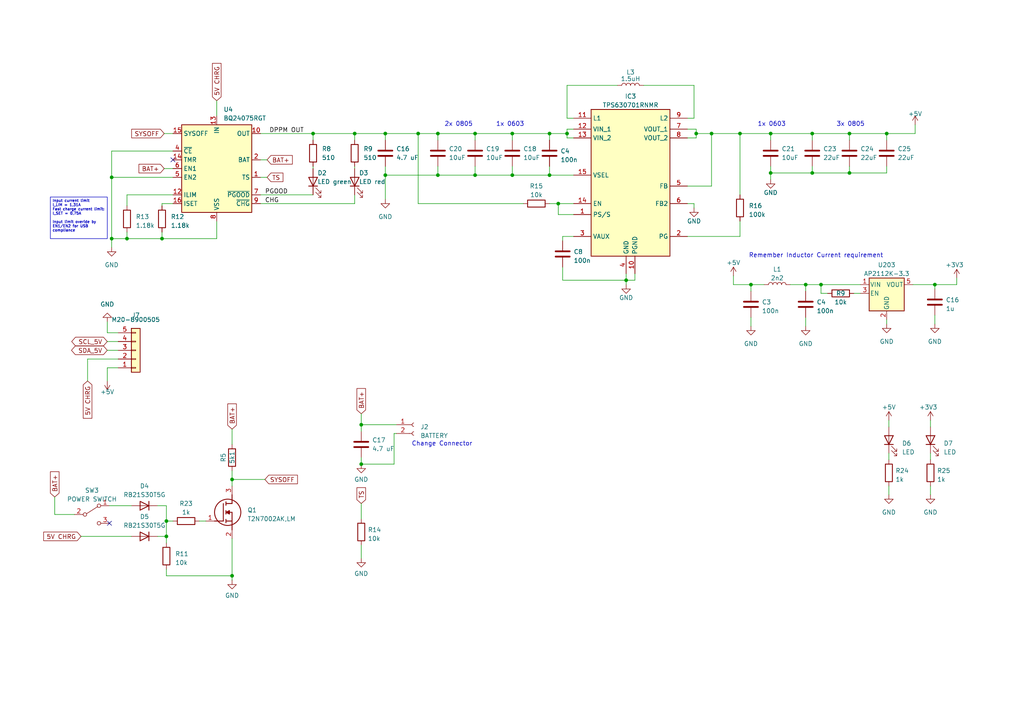
<source format=kicad_sch>
(kicad_sch (version 20230121) (generator eeschema)
  (paper "A4")
  (title_block (title "Module battery/bluetooth") (rev "1.0") (company "FG Labs"))
  (lib_symbols
    (symbol "Battery_Management:BQ24075RGT"
      (property "Reference" "U" (at -8.89 13.97 0))
      (property "Value" "BQ24075RGT" (at 16.51 13.97 0))
      (symbol "BQ24075RGT_0_1"
        (rectangle (start -10.16 12.7) (end 10.16 -12.7) (stroke (width 0.254)) (fill (type background)))
      )
      (symbol "BQ24075RGT_1_1"
        (pin passive line (at 12.7 -2.54 180) (length 2.54) (name "TS") (number "1"))
        (pin power_out line (at 12.7 10.16 180) (length 2.54) (name "OUT") (number "10"))
        (pin passive line (at 12.7 10.16 180) (length 2.54) hide (name "OUT") (number "11"))
        (pin passive line (at -12.7 -7.62 0) (length 2.54) (name "ILIM") (number "12"))
        (pin power_in line (at 0 15.24 270) (length 2.54) (name "IN") (number "13"))
        (pin input line (at -12.7 2.54 0) (length 2.54) (name "TMR") (number "14"))
        (pin input line (at -12.7 10.16 0) (length 2.54) (name "SYSOFF") (number "15"))
        (pin passive line (at -12.7 -10.16 0) (length 2.54) (name "ISET") (number "16"))
        (pin passive line (at 0 -15.24 90) (length 2.54) hide (name "VSS") (number "17"))
        (pin power_out line (at 12.7 2.54 180) (length 2.54) (name "BAT") (number "2"))
        (pin passive line (at 12.7 2.54 180) (length 2.54) hide (name "BAT") (number "3"))
        (pin input line (at -12.7 5.08 0) (length 2.54) (name "~{CE}") (number "4"))
        (pin input line (at -12.7 -2.54 0) (length 2.54) (name "EN2") (number "5"))
        (pin input line (at -12.7 0 0) (length 2.54) (name "EN1") (number "6"))
        (pin open_collector line (at 12.7 -7.62 180) (length 2.54) (name "~{PGOOD}") (number "7"))
        (pin power_in line (at 0 -15.24 90) (length 2.54) (name "VSS") (number "8"))
        (pin open_collector line (at 12.7 -10.16 180) (length 2.54) (name "~{CHG}") (number "9"))
      )
    )
    (symbol "Connector:Conn_01x02_Socket" (pin_names (offset 1.016) hide)
      (property "Reference" "J" (at 0 2.54 0))
      (property "Value" "Conn_01x02_Socket" (at 0 -5.08 0))
      (symbol "Conn_01x02_Socket_1_1"
        (arc (start 0 -2.032) (mid -0.5058 -2.54) (end 0 -3.048) (stroke (width 0.1524)))
        (polyline (pts (xy -1.27 -2.54) (xy -0.508 -2.54)) (stroke (width 0.1524)))
        (polyline (pts (xy -1.27 0) (xy -0.508 0)) (stroke (width 0.1524)))
        (arc (start 0 0.508) (mid -0.5058 0) (end 0 -0.508) (stroke (width 0.1524)))
        (pin passive line (at -5.08 0 0) (length 3.81) (name "Pin_1") (number "1"))
        (pin passive line (at -5.08 -2.54 0) (length 3.81) (name "Pin_2") (number "2"))
      )
    )
    (symbol "Connector_Generic:Conn_01x05" (pin_names (offset 1.016) hide)
      (property "Reference" "J" (at 0 7.62 0))
      (property "Value" "Conn_01x05" (at 0 -7.62 0))
      (symbol "Conn_01x05_1_1"
        (rectangle (start -1.27 -4.953) (end 0 -5.207) (stroke (width 0.1524)))
        (rectangle (start -1.27 -2.413) (end 0 -2.667) (stroke (width 0.1524)))
        (rectangle (start -1.27 0.127) (end 0 -0.127) (stroke (width 0.1524)))
        (rectangle (start -1.27 2.667) (end 0 2.413) (stroke (width 0.1524)))
        (rectangle (start -1.27 5.207) (end 0 4.953) (stroke (width 0.1524)))
        (rectangle (start -1.27 6.35) (end 1.27 -6.35) (stroke (width 0.254)) (fill (type background)))
        (pin passive line (at -5.08 5.08 0) (length 3.81) (name "Pin_1") (number "1"))
        (pin passive line (at -5.08 2.54 0) (length 3.81) (name "Pin_2") (number "2"))
        (pin passive line (at -5.08 0 0) (length 3.81) (name "Pin_3") (number "3"))
        (pin passive line (at -5.08 -2.54 0) (length 3.81) (name "Pin_4") (number "4"))
        (pin passive line (at -5.08 -5.08 0) (length 3.81) (name "Pin_5") (number "5"))
      )
    )
    (symbol "Device:C" (pin_numbers hide) (pin_names (offset 0.254))
      (property "Reference" "C" (at 0.635 2.54 0))
      (property "Value" "C" (at 0.635 -2.54 0))
      (symbol "C_0_1"
        (polyline (pts (xy -2.032 -0.762) (xy 2.032 -0.762)) (stroke (width 0.508)))
        (polyline (pts (xy -2.032 0.762) (xy 2.032 0.762)) (stroke (width 0.508)))
      )
      (symbol "C_1_1"
        (pin passive line (at 0 3.81 270) (length 2.794) (name "~") (number "1"))
        (pin passive line (at 0 -3.81 90) (length 2.794) (name "~") (number "2"))
      )
    )
    (symbol "Device:D" (pin_numbers hide) (pin_names (offset 1.016) hide)
      (property "Reference" "D" (at 0 2.54 0))
      (property "Value" "D" (at 0 -2.54 0))
      (symbol "D_0_1"
        (polyline (pts (xy -1.27 1.27) (xy -1.27 -1.27)) (stroke (width 0.254)))
        (polyline (pts (xy 1.27 0) (xy -1.27 0)))
        (polyline (pts (xy 1.27 1.27) (xy 1.27 -1.27) (xy -1.27 0) (xy 1.27 1.27)) (stroke (width 0.254)))
      )
      (symbol "D_1_1"
        (pin passive line (at -3.81 0 0) (length 2.54) (name "K") (number "1"))
        (pin passive line (at 3.81 0 180) (length 2.54) (name "A") (number "2"))
      )
    )
    (symbol "Device:L" (pin_numbers hide) (pin_names (offset 1.016) hide)
      (property "Reference" "L" (at -1.27 0 90))
      (property "Value" "L" (at 1.905 0 90))
      (symbol "L_0_1"
        (arc (start 0 -2.54) (mid 0.6323 -1.905) (end 0 -1.27))
        (arc (start 0 -1.27) (mid 0.6323 -0.635) (end 0 0))
        (arc (start 0 0) (mid 0.6323 0.635) (end 0 1.27))
        (arc (start 0 1.27) (mid 0.6323 1.905) (end 0 2.54))
      )
      (symbol "L_1_1"
        (pin passive line (at 0 3.81 270) (length 1.27) (name "1") (number "1"))
        (pin passive line (at 0 -3.81 90) (length 1.27) (name "2") (number "2"))
      )
    )
    (symbol "Device:LED" (pin_numbers hide) (pin_names (offset 1.016) hide)
      (property "Reference" "D" (at 0 2.54 0))
      (property "Value" "LED" (at 0 -2.54 0))
      (symbol "LED_0_1"
        (polyline (pts (xy -1.27 -1.27) (xy -1.27 1.27)) (stroke (width 0.254)))
        (polyline (pts (xy -1.27 0) (xy 1.27 0)))
        (polyline (pts (xy 1.27 -1.27) (xy 1.27 1.27) (xy -1.27 0) (xy 1.27 -1.27)) (stroke (width 0.254)))
        (polyline (pts (xy -3.048 -0.762) (xy -4.572 -2.286) (xy -3.81 -2.286) (xy -4.572 -2.286) (xy -4.572 -1.524)))
        (polyline (pts (xy -1.778 -0.762) (xy -3.302 -2.286) (xy -2.54 -2.286) (xy -3.302 -2.286) (xy -3.302 -1.524)))
      )
      (symbol "LED_1_1"
        (pin passive line (at -3.81 0 0) (length 2.54) (name "K") (number "1"))
        (pin passive line (at 3.81 0 180) (length 2.54) (name "A") (number "2"))
      )
    )
    (symbol "Device:R" (pin_numbers hide) (pin_names (offset 0))
      (property "Reference" "R" (at 2.032 0 90))
      (property "Value" "R" (at 0 0 90))
      (symbol "R_0_1"
        (rectangle (start -1.016 -2.54) (end 1.016 2.54) (stroke (width 0.254)))
      )
      (symbol "R_1_1"
        (pin passive line (at 0 3.81 270) (length 1.27) (name "~") (number "1"))
        (pin passive line (at 0 -3.81 90) (length 1.27) (name "~") (number "2"))
      )
    )
    (symbol "Regulator_Linear:AP2112K-3.3" (pin_names (offset 0.254))
      (property "Reference" "U" (at -5.08 5.715 0))
      (property "Value" "AP2112K-3.3" (at 0 5.715 0))
      (symbol "AP2112K-3.3_0_1"
        (rectangle (start -5.08 4.445) (end 5.08 -5.08) (stroke (width 0.254)) (fill (type background)))
      )
      (symbol "AP2112K-3.3_1_1"
        (pin power_in line (at -7.62 2.54 0) (length 2.54) (name "VIN") (number "1"))
        (pin power_in line (at 0 -7.62 90) (length 2.54) (name "GND") (number "2"))
        (pin input line (at -7.62 0 0) (length 2.54) (name "EN") (number "3"))
        (pin no_connect line (at 5.08 0 180) (length 2.54) hide (name "NC") (number "4"))
        (pin power_out line (at 7.62 2.54 180) (length 2.54) (name "VOUT") (number "5"))
      )
    )
    (symbol "SamacSys_Parts:T2N7002AK,LM" (pin_names hide)
      (property "Reference" "Q" (at 11.43 3.81 0))
      (property "Value" "T2N7002AK,LM" (at 11.43 1.27 0))
      (symbol "T2N7002AK,LM_1_1"
        (polyline (pts (xy 2.54 0) (xy 5.08 0)) (stroke (width 0.254)))
        (polyline (pts (xy 5.08 5.08) (xy 5.08 0)) (stroke (width 0.254)))
        (polyline (pts (xy 5.842 -0.508) (xy 5.842 0.508)) (stroke (width 0.254)))
        (polyline (pts (xy 5.842 0) (xy 7.62 0)) (stroke (width 0.254)))
        (polyline (pts (xy 5.842 2.032) (xy 5.842 3.048)) (stroke (width 0.254)))
        (polyline (pts (xy 5.842 5.588) (xy 5.842 4.572)) (stroke (width 0.254)))
        (polyline (pts (xy 7.62 2.54) (xy 5.842 2.54)) (stroke (width 0.254)))
        (polyline (pts (xy 7.62 2.54) (xy 7.62 -2.54)) (stroke (width 0.254)))
        (polyline (pts (xy 7.62 5.08) (xy 5.842 5.08)) (stroke (width 0.254)))
        (polyline (pts (xy 7.62 5.08) (xy 7.62 7.62)) (stroke (width 0.254)))
        (polyline (pts (xy 5.842 2.54) (xy 6.858 3.048) (xy 6.858 2.032) (xy 5.842 2.54)) (stroke (width 0.254)) (fill (type outline)))
        (circle (center 6.35 2.54) (radius 3.81) (stroke (width 0.254)))
        (pin passive line (at 0 0 0) (length 2.54) (name "G") (number "1"))
        (pin passive line (at 7.62 -5.08 90) (length 2.54) (name "S") (number "2"))
        (pin passive line (at 7.62 10.16 270) (length 2.54) (name "D") (number "3"))
      )
    )
    (symbol "SamacSys_Parts:TPS630701RNMR"
      (property "Reference" "IC" (at 15.24 6.35 0))
      (property "Value" "TPS630701RNMR" (at 8.255 4.445 0))
      (symbol "TPS630701RNMR_1_1"
        (rectangle (start 5.08 2.54) (end 27.94 -40.005) (stroke (width 0.254)) (fill (type background)))
        (pin passive line (at 0 -27.94 0) (length 5.08) (name "PS/S") (number "1"))
        (pin passive line (at 17.78 -45.085 90) (length 5.08) (name "PGND") (number "10"))
        (pin passive line (at 0 0 0) (length 5.08) (name "L1") (number "11"))
        (pin passive line (at 0 -3.175 0) (length 5.08) (name "VIN_1") (number "12"))
        (pin passive line (at 0 -5.715 0) (length 5.08) (name "VIN_2") (number "13"))
        (pin passive line (at 0 -24.765 0) (length 5.08) (name "EN") (number "14"))
        (pin passive line (at 0 -16.51 0) (length 5.08) (name "VSEL") (number "15"))
        (pin passive line (at 33.02 -34.29 180) (length 5.08) (name "PG") (number "2"))
        (pin passive line (at 0 -34.29 0) (length 5.08) (name "VAUX") (number "3"))
        (pin passive line (at 15.24 -45.085 90) (length 5.08) (name "GND") (number "4"))
        (pin passive line (at 33.02 -19.685 180) (length 5.08) (name "FB") (number "5"))
        (pin passive line (at 33.02 -24.765 180) (length 5.08) (name "FB2") (number "6"))
        (pin passive line (at 33.02 -3.175 180) (length 5.08) (name "VOUT_1") (number "7"))
        (pin passive line (at 33.02 -5.715 180) (length 5.08) (name "VOUT_2") (number "8"))
        (pin passive line (at 33.02 0 180) (length 5.08) (name "L2") (number "9"))
      )
    )
    (symbol "Switch:SW_SPDT" (pin_names (offset 0) hide)
      (property "Reference" "SW" (at 0 4.318 0))
      (property "Value" "SW_SPDT" (at 0 -5.08 0))
      (symbol "SW_SPDT_0_0"
        (circle (center -2.032 0) (radius 0.508))
        (circle (center 2.032 -2.54) (radius 0.508))
      )
      (symbol "SW_SPDT_0_1"
        (polyline (pts (xy -1.524 0.254) (xy 1.651 2.286)))
        (circle (center 2.032 2.54) (radius 0.508))
      )
      (symbol "SW_SPDT_1_1"
        (pin passive line (at 5.08 2.54 180) (length 2.54) (name "A") (number "1"))
        (pin passive line (at -5.08 0 0) (length 2.54) (name "B") (number "2"))
        (pin passive line (at 5.08 -2.54 180) (length 2.54) (name "C") (number "3"))
      )
    )
    (symbol "power:+3V3" (power) (pin_names (offset 0))
      (property "Value" "+3V3" (at 0 3.556 0))
      (symbol "+3V3_0_1"
        (polyline (pts (xy -0.762 1.27) (xy 0 2.54)))
        (polyline (pts (xy 0 0) (xy 0 2.54)))
        (polyline (pts (xy 0 2.54) (xy 0.762 1.27)))
      )
      (symbol "+3V3_1_1"
        (pin power_in line (at 0 0 90) (length 0) hide (name "+3V3") (number "1"))
      )
    )
    (symbol "power:+5V" (power) (pin_names (offset 0))
      (property "Value" "+5V" (at 0 3.556 0))
      (symbol "+5V_0_1"
        (polyline (pts (xy -0.762 1.27) (xy 0 2.54)))
        (polyline (pts (xy 0 0) (xy 0 2.54)))
        (polyline (pts (xy 0 2.54) (xy 0.762 1.27)))
      )
      (symbol "+5V_1_1"
        (pin power_in line (at 0 0 90) (length 0) hide (name "+5V") (number "1"))
      )
    )
    (symbol "power:GND" (power) (pin_names (offset 0))
      (property "Value" "GND" (at 0 -3.81 0))
      (symbol "GND_0_1"
        (polyline (pts (xy 0 0) (xy 0 -1.27) (xy 1.27 -1.27) (xy 0 -2.54) (xy -1.27 -1.27) (xy 0 -1.27)))
      )
      (symbol "GND_1_1"
        (pin power_in line (at 0 0 270) (length 0) hide (name "GND") (number "1"))
      )
    )
  )
  (junction (at 164.465 38.735))
  (junction (at 121.285 38.735))
  (junction (at 233.68 82.55))
  (junction (at 111.76 50.8))
  (junction (at 223.52 38.735))
  (junction (at 246.38 38.735))
  (junction (at 90.805 38.735))
  (junction (at 104.775 123.19))
  (junction (at 148.59 50.8))
  (junction (at 104.775 134.62))
  (junction (at 159.385 50.8))
  (junction (at 127 50.8))
  (junction (at 137.795 50.8))
  (junction (at 161.925 59.055))
  (junction (at 201.93 38.735))
  (junction (at 214.63 38.735))
  (junction (at 217.805 82.55))
  (junction (at 67.31 139.065))
  (junction (at 46.99 69.215))
  (junction (at 111.76 38.735))
  (junction (at 159.385 38.735))
  (junction (at 181.61 81.28))
  (junction (at 67.31 167.005))
  (junction (at 223.52 50.165))
  (junction (at 127 38.735))
  (junction (at 235.585 50.165))
  (junction (at 32.385 69.215))
  (junction (at 235.585 38.735))
  (junction (at 102.87 38.735))
  (junction (at 32.385 51.435))
  (junction (at 148.59 38.735))
  (junction (at 238.125 82.55))
  (junction (at 206.375 38.735))
  (junction (at 36.83 69.215))
  (junction (at 271.145 82.55))
  (junction (at 48.26 155.575))
  (junction (at 246.38 50.165))
  (junction (at 137.795 38.735))
  (junction (at 48.26 151.13))
  (junction (at 257.175 38.735))
  (no_connect (at 50.165 46.355))
  (no_connect (at 31.75 151.765))
  (wire (pts (xy 48.26 155.575) (xy 48.26 157.48)))
  (wire (pts (xy 90.805 48.26) (xy 90.805 48.895)))
  (wire (pts (xy 104.775 146.05) (xy 104.775 150.495)))
  (wire (pts (xy 46.99 69.215) (xy 62.865 69.215)))
  (wire (pts (xy 201.93 37.465) (xy 201.93 38.735)))
  (wire (pts (xy 199.39 53.975) (xy 206.375 53.975)))
  (wire (pts (xy 159.385 38.735) (xy 159.385 40.64)))
  (wire (pts (xy 111.76 50.8) (xy 111.76 48.26)))
  (wire (pts (xy 62.865 64.135) (xy 62.865 69.215)))
  (wire (pts (xy 50.165 56.515) (xy 36.83 56.515)))
  (wire (pts (xy 214.63 38.735) (xy 214.63 56.515)))
  (wire (pts (xy 265.43 36.195) (xy 265.43 38.735)))
  (wire (pts (xy 271.145 91.44) (xy 271.145 93.98)))
  (wire (pts (xy 161.925 59.055) (xy 166.37 59.055)))
  (wire (pts (xy 206.375 53.975) (xy 206.375 38.735)))
  (wire (pts (xy 277.495 80.645) (xy 277.495 82.55)))
  (wire (pts (xy 159.385 50.8) (xy 166.37 50.8)))
  (wire (pts (xy 201.295 34.29) (xy 199.39 34.29)))
  (wire (pts (xy 48.26 146.685) (xy 45.72 146.685)))
  (wire (pts (xy 114.3 125.73) (xy 114.3 134.62)))
  (wire (pts (xy 181.61 79.375) (xy 181.61 81.28)))
  (wire (pts (xy 114.3 134.62) (xy 104.775 134.62)))
  (wire (pts (xy 127 50.8) (xy 137.795 50.8)))
  (wire (pts (xy 235.585 40.64) (xy 235.585 38.735)))
  (wire (pts (xy 164.465 38.735) (xy 164.465 37.465)))
  (wire (pts (xy 114.3 125.73) (xy 114.935 125.73)))
  (wire (pts (xy 62.865 29.21) (xy 62.865 33.655)))
  (wire (pts (xy 127 40.64) (xy 127 38.735)))
  (wire (pts (xy 164.465 38.735) (xy 164.465 40.005)))
  (wire (pts (xy 221.615 82.55) (xy 217.805 82.55)))
  (wire (pts (xy 223.52 50.165) (xy 223.52 52.07)))
  (wire (pts (xy 32.385 69.215) (xy 32.385 71.755)))
  (wire (pts (xy 159.385 59.055) (xy 161.925 59.055)))
  (wire (pts (xy 257.175 38.735) (xy 246.38 38.735)))
  (wire (pts (xy 257.175 48.26) (xy 257.175 50.165)))
  (wire (pts (xy 148.59 40.64) (xy 148.59 38.735)))
  (wire (pts (xy 212.725 80.01) (xy 212.725 82.55)))
  (wire (pts (xy 50.165 51.435) (xy 32.385 51.435)))
  (wire (pts (xy 102.87 38.735) (xy 111.76 38.735)))
  (wire (pts (xy 199.39 40.005) (xy 201.93 40.005)))
  (wire (pts (xy 121.285 38.735) (xy 127 38.735)))
  (wire (pts (xy 36.83 67.31) (xy 36.83 69.215)))
  (wire (pts (xy 48.26 165.1) (xy 48.26 167.005)))
  (wire (pts (xy 240.03 85.09) (xy 238.125 85.09)))
  (wire (pts (xy 246.38 50.165) (xy 235.585 50.165)))
  (wire (pts (xy 137.795 50.8) (xy 148.59 50.8)))
  (wire (pts (xy 164.465 34.29) (xy 164.465 24.765)))
  (wire (pts (xy 217.805 92.075) (xy 217.805 94.615)))
  (wire (pts (xy 163.195 81.28) (xy 181.61 81.28)))
  (wire (pts (xy 257.175 92.71) (xy 257.175 93.98)))
  (wire (pts (xy 31.115 101.6) (xy 34.29 101.6)))
  (wire (pts (xy 75.565 59.055) (xy 102.87 59.055)))
  (wire (pts (xy 238.125 85.09) (xy 238.125 82.55)))
  (wire (pts (xy 159.385 48.26) (xy 159.385 50.8)))
  (wire (pts (xy 269.875 140.97) (xy 269.875 143.51)))
  (wire (pts (xy 50.165 43.815) (xy 32.385 43.815)))
  (wire (pts (xy 269.875 121.92) (xy 269.875 123.825)))
  (wire (pts (xy 48.26 151.13) (xy 50.165 151.13)))
  (wire (pts (xy 233.68 92.075) (xy 233.68 94.615)))
  (wire (pts (xy 104.775 125.095) (xy 104.775 123.19)))
  (wire (pts (xy 223.52 38.735) (xy 223.52 40.64)))
  (wire (pts (xy 164.465 40.005) (xy 166.37 40.005)))
  (wire (pts (xy 90.805 38.735) (xy 90.805 40.64)))
  (wire (pts (xy 235.585 50.165) (xy 223.52 50.165)))
  (wire (pts (xy 137.795 38.735) (xy 148.59 38.735)))
  (wire (pts (xy 77.47 51.435) (xy 75.565 51.435)))
  (wire (pts (xy 31.115 99.06) (xy 34.29 99.06)))
  (wire (pts (xy 201.295 59.055) (xy 201.295 60.325)))
  (wire (pts (xy 235.585 48.26) (xy 235.585 50.165)))
  (wire (pts (xy 67.31 167.005) (xy 67.31 168.275)))
  (wire (pts (xy 201.295 24.765) (xy 201.295 34.29)))
  (wire (pts (xy 247.65 85.09) (xy 249.555 85.09)))
  (wire (pts (xy 48.26 146.685) (xy 48.26 151.13)))
  (wire (pts (xy 111.76 40.64) (xy 111.76 38.735)))
  (wire (pts (xy 271.145 82.55) (xy 271.145 83.82)))
  (wire (pts (xy 48.26 167.005) (xy 67.31 167.005)))
  (wire (pts (xy 23.495 155.575) (xy 38.1 155.575)))
  (wire (pts (xy 257.81 140.97) (xy 257.81 143.51)))
  (wire (pts (xy 257.175 40.64) (xy 257.175 38.735)))
  (wire (pts (xy 238.125 82.55) (xy 249.555 82.55)))
  (wire (pts (xy 201.93 38.735) (xy 201.93 40.005)))
  (wire (pts (xy 161.925 62.23) (xy 161.925 59.055)))
  (wire (pts (xy 277.495 82.55) (xy 271.145 82.55)))
  (wire (pts (xy 111.76 57.785) (xy 111.76 50.8)))
  (wire (pts (xy 102.87 59.055) (xy 102.87 56.515)))
  (wire (pts (xy 148.59 38.735) (xy 159.385 38.735)))
  (wire (pts (xy 199.39 68.58) (xy 214.63 68.58)))
  (wire (pts (xy 32.385 51.435) (xy 32.385 69.215)))
  (wire (pts (xy 166.37 68.58) (xy 163.195 68.58)))
  (wire (pts (xy 31.115 106.68) (xy 31.115 110.49)))
  (wire (pts (xy 246.38 40.64) (xy 246.38 38.735)))
  (wire (pts (xy 67.31 139.065) (xy 76.835 139.065)))
  (wire (pts (xy 269.875 131.445) (xy 269.875 133.35)))
  (wire (pts (xy 102.87 40.64) (xy 102.87 38.735)))
  (wire (pts (xy 181.61 81.28) (xy 181.61 82.55)))
  (wire (pts (xy 246.38 38.735) (xy 235.585 38.735)))
  (wire (pts (xy 166.37 34.29) (xy 164.465 34.29)))
  (wire (pts (xy 34.29 106.68) (xy 31.115 106.68)))
  (wire (pts (xy 217.805 82.55) (xy 217.805 84.455)))
  (wire (pts (xy 137.795 40.64) (xy 137.795 38.735)))
  (wire (pts (xy 164.465 24.765) (xy 179.07 24.765)))
  (wire (pts (xy 104.775 134.62) (xy 104.775 132.715)))
  (wire (pts (xy 90.805 38.735) (xy 102.87 38.735)))
  (wire (pts (xy 214.63 68.58) (xy 214.63 64.135)))
  (wire (pts (xy 229.235 82.55) (xy 233.68 82.55)))
  (wire (pts (xy 47.625 48.895) (xy 50.165 48.895)))
  (wire (pts (xy 48.26 151.13) (xy 48.26 155.575)))
  (wire (pts (xy 15.875 149.225) (xy 21.59 149.225)))
  (wire (pts (xy 201.93 38.735) (xy 206.375 38.735)))
  (wire (pts (xy 257.81 121.92) (xy 257.81 123.825)))
  (wire (pts (xy 184.15 81.28) (xy 181.61 81.28)))
  (wire (pts (xy 67.31 139.065) (xy 67.31 140.97)))
  (wire (pts (xy 36.83 56.515) (xy 36.83 59.69)))
  (wire (pts (xy 67.31 156.21) (xy 67.31 167.005)))
  (wire (pts (xy 47.625 38.735) (xy 50.165 38.735)))
  (wire (pts (xy 163.195 68.58) (xy 163.195 69.85)))
  (wire (pts (xy 233.68 82.55) (xy 238.125 82.55)))
  (wire (pts (xy 46.99 67.31) (xy 46.99 69.215)))
  (wire (pts (xy 212.725 82.55) (xy 217.805 82.55)))
  (wire (pts (xy 265.43 38.735) (xy 257.175 38.735)))
  (wire (pts (xy 67.31 136.525) (xy 67.31 139.065)))
  (wire (pts (xy 75.565 46.355) (xy 77.47 46.355)))
  (wire (pts (xy 46.99 59.055) (xy 46.99 59.69)))
  (wire (pts (xy 104.775 158.115) (xy 104.775 161.925)))
  (wire (pts (xy 166.37 62.23) (xy 161.925 62.23)))
  (wire (pts (xy 159.385 38.735) (xy 164.465 38.735)))
  (wire (pts (xy 257.81 131.445) (xy 257.81 133.35)))
  (wire (pts (xy 163.195 77.47) (xy 163.195 81.28)))
  (wire (pts (xy 184.15 79.375) (xy 184.15 81.28)))
  (wire (pts (xy 151.765 59.055) (xy 121.285 59.055)))
  (wire (pts (xy 111.76 50.8) (xy 127 50.8)))
  (wire (pts (xy 223.52 48.26) (xy 223.52 50.165)))
  (wire (pts (xy 31.75 146.685) (xy 38.1 146.685)))
  (wire (pts (xy 199.39 37.465) (xy 201.93 37.465)))
  (wire (pts (xy 25.4 104.14) (xy 34.29 104.14)))
  (wire (pts (xy 31.115 96.52) (xy 31.115 93.345)))
  (wire (pts (xy 186.69 24.765) (xy 201.295 24.765)))
  (wire (pts (xy 214.63 38.735) (xy 223.52 38.735)))
  (wire (pts (xy 206.375 38.735) (xy 214.63 38.735)))
  (wire (pts (xy 246.38 48.26) (xy 246.38 50.165)))
  (wire (pts (xy 57.785 151.13) (xy 59.69 151.13)))
  (wire (pts (xy 67.31 124.46) (xy 67.31 128.905)))
  (wire (pts (xy 127 38.735) (xy 137.795 38.735)))
  (wire (pts (xy 257.175 50.165) (xy 246.38 50.165)))
  (wire (pts (xy 104.775 120.015) (xy 104.775 123.19)))
  (wire (pts (xy 75.565 56.515) (xy 90.805 56.515)))
  (wire (pts (xy 164.465 37.465) (xy 166.37 37.465)))
  (wire (pts (xy 75.565 38.735) (xy 90.805 38.735)))
  (wire (pts (xy 32.385 69.215) (xy 36.83 69.215)))
  (wire (pts (xy 127 48.26) (xy 127 50.8)))
  (wire (pts (xy 102.87 48.26) (xy 102.87 48.895)))
  (wire (pts (xy 15.875 144.145) (xy 15.875 149.225)))
  (wire (pts (xy 233.68 82.55) (xy 233.68 84.455)))
  (wire (pts (xy 50.165 59.055) (xy 46.99 59.055)))
  (wire (pts (xy 137.795 48.26) (xy 137.795 50.8)))
  (wire (pts (xy 104.775 123.19) (xy 114.935 123.19)))
  (wire (pts (xy 32.385 43.815) (xy 32.385 51.435)))
  (wire (pts (xy 235.585 38.735) (xy 223.52 38.735)))
  (wire (pts (xy 264.795 82.55) (xy 271.145 82.55)))
  (wire (pts (xy 34.29 96.52) (xy 31.115 96.52)))
  (wire (pts (xy 25.4 104.14) (xy 25.4 110.49)))
  (wire (pts (xy 48.26 155.575) (xy 45.72 155.575)))
  (wire (pts (xy 36.83 69.215) (xy 46.99 69.215)))
  (wire (pts (xy 199.39 59.055) (xy 201.295 59.055)))
  (wire (pts (xy 121.285 38.735) (xy 121.285 59.055)))
  (wire (pts (xy 148.59 50.8) (xy 159.385 50.8)))
  (wire (pts (xy 111.76 38.735) (xy 121.285 38.735)))
  (wire (pts (xy 148.59 48.26) (xy 148.59 50.8)))
  (text_box "Input current limit\nI_LIM = 1,31A\nFast charge current limit:\nI_SET = 0,75A\n\nInput limit overide by EN1/EN2 for USB compliance" (at 14.605 57.15 0) (size 16.51 12.065) (effects (font (size 0.762 0.762)) (justify left top)))
  (text "3x 0805" (at 242.57 36.83 0) (effects (font (size 1.27 1.27)) (justify left bottom)))
  (text "Change Connector" (at 119.38 129.54 0) (effects (font (size 1.27 1.27)) (justify left bottom)))
  (text "Remember Inductor Current requirement" (at 217.17 74.93 0) (effects (font (size 1.27 1.27)) (justify left bottom)))
  (text "1x 0603" (at 219.71 36.83 0) (effects (font (size 1.27 1.27)) (justify left bottom)))
  (text "2x 0805		1x 0603" (at 128.905 36.83 0) (effects (font (size 1.27 1.27)) (justify left bottom)))
  (label "DPPM OUT" (at 78.105 38.735 0))
  (label "CHG" (at 76.835 59.055 0))
  (label "PGOOD" (at 76.835 56.515 0))
  (global_label "5V CHRG" (shape input) (at 25.4 110.49 270) (property "Intersheetrefs" "${INTERSHEET_REFS}" (effects hide)))
  (global_label "5V CHRG" (shape input) (at 23.495 155.575 180) (property "Intersheetrefs" "${INTERSHEET_REFS}" (effects hide)))
  (global_label "BAT+" (shape input) (at 47.625 48.895 180) (property "Intersheetrefs" "${INTERSHEET_REFS}" (effects hide)))
  (global_label "BAT+" (shape input) (at 15.875 144.145 90) (property "Intersheetrefs" "${INTERSHEET_REFS}" (effects hide)))
  (global_label "SCL_5V" (shape bidirectional) (at 31.115 99.06 180) (property "Intersheetrefs" "${INTERSHEET_REFS}" (effects hide)))
  (global_label "BAT+" (shape input) (at 67.31 124.46 90) (property "Intersheetrefs" "${INTERSHEET_REFS}" (effects hide)))
  (global_label "SDA_5V" (shape bidirectional) (at 31.115 101.6 180) (property "Intersheetrefs" "${INTERSHEET_REFS}" (effects hide)))
  (global_label "SYSOFF" (shape input) (at 76.835 139.065 0) (property "Intersheetrefs" "${INTERSHEET_REFS}" (effects hide)))
  (global_label "TS" (shape input) (at 77.47 51.435 0) (property "Intersheetrefs" "${INTERSHEET_REFS}" (effects hide)))
  (global_label "5V CHRG" (shape input) (at 62.865 29.21 90) (property "Intersheetrefs" "${INTERSHEET_REFS}" (effects hide)))
  (global_label "TS" (shape input) (at 104.775 146.05 90) (property "Intersheetrefs" "${INTERSHEET_REFS}" (effects hide)))
  (global_label "BAT+" (shape input) (at 77.47 46.355 0) (property "Intersheetrefs" "${INTERSHEET_REFS}" (effects hide)))
  (global_label "BAT+" (shape input) (at 104.775 120.015 90) (property "Intersheetrefs" "${INTERSHEET_REFS}" (effects hide)))
  (global_label "SYSOFF" (shape input) (at 47.625 38.735 180) (property "Intersheetrefs" "${INTERSHEET_REFS}" (effects hide)))
  (symbol (lib_id "power:GND") (at 217.805 94.615 0) (unit 1)
    (property "Reference" "#PWR08" (effects hide))
    (property "Value" "GND" (at 217.805 99.695 0))
    (instances (project "Battery" (path "" (reference "#PWR08") (unit 1)) (path "" (reference "#PWR034") (unit 1))))
  )
  (symbol (lib_id "Device:LED") (at 269.875 127.635 90) (unit 1)
    (property "Reference" "D7" (at 273.685 128.5875 90) (effects (justify right)))
    (property "Value" "LED" (at 273.685 131.1275 90) (effects (justify right)))
    (property "Footprint" "LED_SMD:LED_0603_1608Metric" (effects hide))
  )
  (symbol (lib_id "Device:C") (at 257.175 44.45 0) (unit 1)
    (property "Reference" "C25" (at 260.35 43.1799 0) (effects (justify left)))
    (property "Value" "22uF" (at 260.35 45.7199 0) (effects (justify left)))
    (property "Footprint" "Capacitor_SMD:C_0805_2012Metric" (effects hide))
    (instances (project "Battery" (path "" (reference "C25") (unit 1))) (project "Main RIOT PCB" (path "" (reference "C2") (unit 1))))
  )
  (symbol (lib_id "power:GND") (at 233.68 94.615 0) (unit 1)
    (property "Reference" "#PWR08" (effects hide))
    (property "Value" "GND" (at 233.68 99.695 0))
    (instances (project "Battery" (path "" (reference "#PWR08") (unit 1)) (path "" (reference "#PWR035") (unit 1))))
  )
  (symbol (lib_id "Device:R") (at 102.87 44.45 0) (unit 1)
    (property "Reference" "R9" (at 105.41 43.1799 0) (effects (justify left)))
    (property "Value" "510" (at 105.41 45.7199 0) (effects (justify left)))
    (property "Footprint" "Resistor_SMD:R_0603_1608Metric" (effects hide))
    (instances (project "Battery" (path "" (reference "R9") (unit 1))) (project "Main RIOT PCB" (path "" (reference "R4") (unit 1))))
  )
  (symbol (lib_id "power:GND") (at 223.52 52.07 0) (unit 1)
    (property "Reference" "#PWR025" (effects hide))
    (property "Value" "GND" (at 223.52 55.88 0))
  )
  (symbol (lib_id "Device:C") (at 271.145 87.63 0) (unit 1)
    (property "Reference" "C16" (at 274.32 86.995 0) (effects (justify left)))
    (property "Value" "1u" (at 274.32 89.535 0) (effects (justify left)))
    (property "Footprint" "Capacitor_SMD:C_0603_1608Metric" (effects hide))
    (instances (project "The Typeuwu" (path "" (reference "C16") (unit 1))) (project "Battery" (path "" (reference "C26") (unit 1))))
  )
  (symbol (lib_id "power:GND") (at 269.875 143.51 0) (unit 1)
    (property "Reference" "#PWR08" (effects hide))
    (property "Value" "GND" (at 269.875 148.59 0))
    (instances (project "Battery" (path "" (reference "#PWR08") (unit 1)) (path "" (reference "#PWR046") (unit 1))))
  )
  (symbol (lib_id "Device:R") (at 214.63 60.325 0) (unit 1)
    (property "Reference" "R16" (at 217.17 59.69 0) (effects (justify left)))
    (property "Value" "100k" (at 217.17 62.23 0) (effects (justify left)))
    (property "Footprint" "Resistor_SMD:R_0603_1608Metric" (effects hide))
  )
  (symbol (lib_id "Switch:SW_SPDT") (at 26.67 149.225 0) (unit 1)
    (property "Reference" "SW3" (at 26.67 142.24 0))
    (property "Value" "POWER SWITCH" (at 26.67 144.78 0))
    (property "Footprint" "Switch footprints:SLW-864547-5A-RA-D" (effects hide))
  )
  (symbol (lib_id "power:+5V") (at 257.81 121.92 0) (unit 1)
    (property "Reference" "#PWR043" (effects hide))
    (property "Value" "+5V" (at 257.81 118.11 0))
  )
  (symbol (lib_id "power:+5V") (at 265.43 36.195 0) (unit 1)
    (property "Reference" "#PWR026" (effects hide))
    (property "Value" "+5V" (at 265.43 33.02 0))
  )
  (symbol (lib_id "Device:C") (at 217.805 88.265 0) (unit 1)
    (property "Reference" "C3" (at 220.98 87.63 0) (effects (justify left)))
    (property "Value" "100n" (at 220.98 90.17 0) (effects (justify left)))
    (property "Footprint" "Capacitor_SMD:C_0603_1608Metric" (effects hide))
    (instances (project "Battery" (path "" (reference "C3") (unit 1)) (path "" (reference "C27") (unit 1))))
  )
  (symbol (lib_id "power:GND") (at 257.175 93.98 0) (unit 1)
    (property "Reference" "#PWR016" (effects hide))
    (property "Value" "GND" (at 257.175 99.06 0))
    (instances (project "The Typeuwu" (path "" (reference "#PWR016") (unit 1))) (project "Battery" (path "" (reference "#PWR029") (unit 1))))
  )
  (symbol (lib_id "Device:R") (at 46.99 63.5 0) (unit 1)
    (property "Reference" "R12" (at 49.53 62.865 0) (effects (justify left)))
    (property "Value" "1.18k" (at 49.53 65.405 0) (effects (justify left)))
    (property "Footprint" "Resistor_SMD:R_0603_1608Metric" (effects hide))
  )
  (symbol (lib_id "SamacSys_Parts:TPS630701RNMR") (at 166.37 34.29 0) (unit 1)
    (property "Reference" "IC3" (at 182.88 27.94 0))
    (property "Value" "TPS630701RNMR" (at 182.88 30.48 0))
    (property "Footprint" "SamacSys:TPS630701RNMR" (effects hide))
    (property "Datasheet" "http://www.ti.com/lit/gpn/tps63070" (effects hide))
    (property "Mouser Part Number" "595-TPS630701RNMR" (effects hide))
    (property "Mouser Price/Stock" "https://www.mouser.co.uk/ProductDetail/Texas-Instruments/TPS630701RNMR?qs=LuYMPh7GGMTyE4ON9PhzXw%3D%3D" (effects hide))
    (property "Manufacturer_Name" "Texas Instruments" (effects hide))
    (property "Manufacturer_Part_Number" "TPS630701RNMR" (effects hide))
  )
  (symbol (lib_id "power:GND") (at 271.145 93.98 0) (unit 1)
    (property "Reference" "#PWR017" (effects hide))
    (property "Value" "GND" (at 271.145 99.06 0))
    (instances (project "The Typeuwu" (path "" (reference "#PWR017") (unit 1))) (project "Battery" (path "" (reference "#PWR030") (unit 1))))
  )
  (symbol (lib_id "power:GND") (at 111.76 57.785 0) (unit 1)
    (property "Reference" "#PWR019" (effects hide))
    (property "Value" "GND" (at 111.76 62.865 0))
    (instances (project "Battery" (path "" (reference "#PWR019") (unit 1))) (project "Main RIOT PCB" (path "" (reference "#PWR0104") (unit 1))))
  )
  (symbol (lib_id "power:+3V3") (at 269.875 121.92 0) (unit 1)
    (property "Reference" "#PWR050" (effects hide))
    (property "Value" "+3V3" (at 269.24 118.11 0))
    (instances (project "The Typeuwu" (path "" (reference "#PWR050") (unit 1))) (project "Battery" (path "" (reference "#PWR044") (unit 1))))
  )
  (symbol (lib_id "Device:C") (at 111.76 44.45 0) (unit 1)
    (property "Reference" "C16" (at 114.935 43.1799 0) (effects (justify left)))
    (property "Value" "4.7 uF" (at 114.935 45.7199 0) (effects (justify left)))
    (property "Footprint" "Capacitor_SMD:C_0603_1608Metric" (effects hide))
    (instances (project "Battery" (path "" (reference "C16") (unit 1))) (project "Main RIOT PCB" (path "" (reference "C2") (unit 1))))
  )
  (symbol (lib_id "Device:R") (at 53.975 151.13 90) (unit 1)
    (property "Reference" "R23" (at 53.975 146.05 90))
    (property "Value" "1k" (at 53.975 148.59 90))
    (property "Footprint" "Resistor_SMD:R_0603_1608Metric" (effects hide))
  )
  (symbol (lib_id "Device:C") (at 159.385 44.45 0) (unit 1)
    (property "Reference" "C4" (at 162.56 43.815 0) (effects (justify left)))
    (property "Value" "100n" (at 162.56 46.355 0) (effects (justify left)))
    (property "Footprint" "Capacitor_SMD:C_0603_1608Metric" (effects hide))
    (instances (project "Battery" (path "" (reference "C4") (unit 1)) (path "" (reference "C31") (unit 1))))
  )
  (symbol (lib_id "Device:LED") (at 102.87 52.705 90) (unit 1)
    (property "Reference" "D3" (at 104.14 50.165 90) (effects (justify right)))
    (property "Value" "LED red" (at 104.14 52.705 90) (effects (justify right)))
    (property "Footprint" "SamacSys:155124RS73200" (effects hide))
    (instances (project "Battery" (path "" (reference "D3") (unit 1))) (project "Main RIOT PCB" (path "" (reference "D4") (unit 1))))
  )
  (symbol (lib_id "Device:C") (at 148.59 44.45 0) (unit 1)
    (property "Reference" "C18" (at 151.765 43.1799 0) (effects (justify left)))
    (property "Value" "10uF" (at 151.765 45.7199 0) (effects (justify left)))
    (property "Footprint" "Capacitor_SMD:C_0603_1608Metric" (effects hide))
    (instances (project "Battery" (path "" (reference "C18") (unit 1))) (project "Main RIOT PCB" (path "" (reference "C2") (unit 1))))
  )
  (symbol (lib_id "Device:C") (at 233.68 88.265 0) (unit 1)
    (property "Reference" "C4" (at 236.855 87.63 0) (effects (justify left)))
    (property "Value" "100n" (at 236.855 90.17 0) (effects (justify left)))
    (property "Footprint" "Capacitor_SMD:C_0603_1608Metric" (effects hide))
    (instances (project "Battery" (path "" (reference "C4") (unit 1)) (path "" (reference "C28") (unit 1))))
  )
  (symbol (lib_id "Device:L") (at 182.88 24.765 90) (unit 1)
    (property "Reference" "L3" (at 182.88 20.955 90))
    (property "Value" "1.5uH" (at 182.88 22.86 90))
    (property "Footprint" "Inductor_custom:EATON_EXL1V0402_4.6mmx4.6mm" (effects hide))
  )
  (symbol (lib_id "power:+3V3") (at 277.495 80.645 0) (unit 1)
    (property "Reference" "#PWR050" (effects hide))
    (property "Value" "+3V3" (at 276.86 76.835 0))
    (instances (project "The Typeuwu" (path "" (reference "#PWR050") (unit 1))) (project "Battery" (path "" (reference "#PWR028") (unit 1))))
  )
  (symbol (lib_id "Device:R") (at 67.31 132.715 180) (unit 1)
    (property "Reference" "R5" (at 64.77 132.715 90))
    (property "Value" "5k1" (at 67.31 132.715 90))
    (property "Footprint" "Resistor_SMD:R_0603_1608Metric" (effects hide))
    (instances (project "Battery" (path "" (reference "R5") (unit 1)) (path "" (reference "R10") (unit 1))))
  )
  (symbol (lib_id "Device:R") (at 48.26 161.29 0) (unit 1)
    (property "Reference" "R11" (at 50.8 160.655 0) (effects (justify left)))
    (property "Value" "10k" (at 50.8 163.195 0) (effects (justify left)))
    (property "Footprint" "Resistor_SMD:R_0603_1608Metric" (effects hide))
  )
  (symbol (lib_id "SamacSys_Parts:T2N7002AK,LM") (at 59.69 151.13 0) (unit 1)
    (property "Reference" "Q1" (at 71.755 147.955 0) (effects (justify left)))
    (property "Value" "T2N7002AK,LM" (at 71.755 150.495 0) (effects (justify left)))
    (property "Footprint" "SamacSys:TBAT54CLM" (effects hide))
    (property "Datasheet" "http://toshiba.semicon-storage.com/info/docget.jsp?did=29712&prodName=T2N7002AK" (effects hide))
    (property "Height" "1.1" (effects hide))
    (property "Mouser Part Number" "757-T2N7002AKLM" (effects hide))
    (property "Mouser Price/Stock" "https://www.mouser.co.uk/ProductDetail/Toshiba/T2N7002AKLM?qs=pzVvXTvk9PzfX4hYglwZ9Q%3D%3D" (effects hide))
    (property "Manufacturer_Name" "Toshiba" (effects hide))
    (property "Manufacturer_Part_Number" "T2N7002AK,LM" (effects hide))
  )
  (symbol (lib_id "Device:R") (at 155.575 59.055 90) (unit 1)
    (property "Reference" "R15" (at 155.575 53.975 90))
    (property "Value" "10k" (at 155.575 56.515 90))
    (property "Footprint" "Resistor_SMD:R_0603_1608Metric" (effects hide))
  )
  (symbol (lib_id "Device:R") (at 243.84 85.09 90) (unit 1)
    (property "Reference" "R9" (at 243.84 85.09 90))
    (property "Value" "10k" (at 243.84 87.63 90))
    (property "Footprint" "Resistor_SMD:R_0603_1608Metric" (effects hide))
    (instances (project "The Typeuwu" (path "" (reference "R9") (unit 1))) (project "Battery" (path "" (reference "R17") (unit 1))))
  )
  (symbol (lib_id "power:GND") (at 32.385 71.755 0) (unit 1)
    (property "Reference" "#PWR020" (effects hide))
    (property "Value" "GND" (at 32.385 76.835 0))
    (instances (project "Battery" (path "" (reference "#PWR020") (unit 1))) (project "Main RIOT PCB" (path "" (reference "#PWR0106") (unit 1))))
  )
  (symbol (lib_id "Device:C") (at 235.585 44.45 0) (unit 1)
    (property "Reference" "C23" (at 238.76 43.1799 0) (effects (justify left)))
    (property "Value" "22uF" (at 238.76 45.7199 0) (effects (justify left)))
    (property "Footprint" "Capacitor_SMD:C_0805_2012Metric" (effects hide))
    (instances (project "Battery" (path "" (reference "C23") (unit 1))) (project "Main RIOT PCB" (path "" (reference "C2") (unit 1))))
  )
  (symbol (lib_id "Device:R") (at 257.81 137.16 0) (unit 1)
    (property "Reference" "R24" (at 259.715 136.525 0) (effects (justify left)))
    (property "Value" "1k" (at 259.715 139.065 0) (effects (justify left)))
    (property "Footprint" "Resistor_SMD:R_0603_1608Metric" (effects hide))
  )
  (symbol (lib_id "Device:LED") (at 90.805 52.705 90) (unit 1)
    (property "Reference" "D2" (at 92.075 50.165 90) (effects (justify right)))
    (property "Value" "LED green" (at 92.075 52.705 90) (effects (justify right)))
    (property "Footprint" "SamacSys:155124RS73200" (effects hide))
    (instances (project "Battery" (path "" (reference "D2") (unit 1))) (project "Main RIOT PCB" (path "" (reference "D3") (unit 1))))
  )
  (symbol (lib_id "Device:R") (at 104.775 154.305 0) (unit 1)
    (property "Reference" "R14" (at 106.68 153.67 0) (effects (justify left)))
    (property "Value" "10k" (at 106.68 156.21 0) (effects (justify left)))
    (property "Footprint" "Resistor_SMD:R_0603_1608Metric" (effects hide))
  )
  (symbol (lib_id "Device:C") (at 223.52 44.45 0) (unit 1)
    (property "Reference" "C21" (at 226.695 43.1799 0) (effects (justify left)))
    (property "Value" "10uF" (at 226.695 45.7199 0) (effects (justify left)))
    (property "Footprint" "Capacitor_SMD:C_0603_1608Metric" (effects hide))
    (instances (project "Battery" (path "" (reference "C21") (unit 1))) (project "Main RIOT PCB" (path "" (reference "C2") (unit 1))))
  )
  (symbol (lib_id "power:GND") (at 31.115 93.345 0) (mirror x) (unit 1)
    (property "Reference" "#PWR092" (effects hide))
    (property "Value" "GND" (at 31.115 88.265 0))
    (instances (project "The Typeuwu" (path "" (reference "#PWR092") (unit 1))) (project "Battery" (path "" (reference "#PWR042") (unit 1))))
  )
  (symbol (lib_id "Device:C") (at 163.195 73.66 0) (unit 1)
    (property "Reference" "C8" (at 166.37 73.025 0) (effects (justify left)))
    (property "Value" "100n" (at 166.37 75.565 0) (effects (justify left)))
    (property "Footprint" "Capacitor_SMD:C_0603_1608Metric" (effects hide))
    (instances (project "Battery" (path "" (reference "C8") (unit 1)) (path "" (reference "C22") (unit 1))))
  )
  (symbol (lib_id "Device:L") (at 225.425 82.55 90) (unit 1)
    (property "Reference" "L1" (at 225.425 78.105 90))
    (property "Value" "2n2" (at 225.425 80.645 90))
    (property "Footprint" "Inductor_SMD:L_0603_1608Metric" (effects hide))
    (instances (project "Battery" (path "" (reference "L1") (unit 1)) (path "" (reference "L4") (unit 1))))
  )
  (symbol (lib_id "Device:C") (at 246.38 44.45 0) (unit 1)
    (property "Reference" "C24" (at 249.555 43.1799 0) (effects (justify left)))
    (property "Value" "22uF" (at 249.555 45.7199 0) (effects (justify left)))
    (property "Footprint" "Capacitor_SMD:C_0805_2012Metric" (effects hide))
    (instances (project "Battery" (path "" (reference "C24") (unit 1))) (project "Main RIOT PCB" (path "" (reference "C2") (unit 1))))
  )
  (symbol (lib_id "Device:C") (at 127 44.45 0) (unit 1)
    (property "Reference" "C20" (at 130.175 43.1799 0) (effects (justify left)))
    (property "Value" "10uF" (at 130.175 45.7199 0) (effects (justify left)))
    (property "Footprint" "Capacitor_SMD:C_0805_2012Metric" (effects hide))
    (instances (project "Battery" (path "" (reference "C20") (unit 1))) (project "Main RIOT PCB" (path "" (reference "C2") (unit 1))))
  )
  (symbol (lib_id "Device:R") (at 36.83 63.5 0) (unit 1)
    (property "Reference" "R13" (at 39.37 62.865 0) (effects (justify left)))
    (property "Value" "1.18k" (at 39.37 65.405 0) (effects (justify left)))
    (property "Footprint" "Resistor_SMD:R_0603_1608Metric" (effects hide))
  )
  (symbol (lib_id "Device:C") (at 104.775 128.905 0) (unit 1)
    (property "Reference" "C17" (at 107.95 127.6349 0) (effects (justify left)))
    (property "Value" "4.7 uF" (at 107.95 130.1749 0) (effects (justify left)))
    (property "Footprint" "Capacitor_SMD:C_0603_1608Metric_Pad1.08x0.95mm_HandSolder" (effects hide))
    (instances (project "Battery" (path "" (reference "C17") (unit 1))) (project "Main RIOT PCB" (path "" (reference "C3") (unit 1))))
  )
  (symbol (lib_id "power:GND") (at 201.295 60.325 0) (unit 1)
    (property "Reference" "#PWR023" (effects hide))
    (property "Value" "GND" (at 201.295 64.135 0))
  )
  (symbol (lib_id "Device:C") (at 137.795 44.45 0) (unit 1)
    (property "Reference" "C19" (at 140.97 43.1799 0) (effects (justify left)))
    (property "Value" "10uF" (at 140.97 45.7199 0) (effects (justify left)))
    (property "Footprint" "Capacitor_SMD:C_0805_2012Metric" (effects hide))
    (instances (project "Battery" (path "" (reference "C19") (unit 1))) (project "Main RIOT PCB" (path "" (reference "C2") (unit 1))))
  )
  (symbol (lib_id "Device:D") (at 41.91 155.575 180) (unit 1)
    (property "Reference" "D5" (at 41.91 149.86 0))
    (property "Value" "RB21S30T5G" (at 41.91 152.4 0))
    (property "Footprint" "Diode_SMD:D_SOD-523" (effects hide))
    (property "Sim.Device" "D" (effects hide))
    (property "Sim.Pins" "1=K 2=A" (effects hide))
  )
  (symbol (lib_id "Connector:Conn_01x02_Socket") (at 120.015 123.19 0) (unit 1)
    (property "Reference" "J2" (at 121.92 123.825 0) (effects (justify left)))
    (property "Value" "BATTERY" (at 121.92 126.365 0) (effects (justify left)))
    (property "Footprint" "Connector_JST:JST_PH_S2B-PH-SM4-TB_1x02-1MP_P2.00mm_Horizontal" (effects hide))
  )
  (symbol (lib_id "power:+5V") (at 31.115 110.49 0) (mirror x) (unit 1)
    (property "Reference" "#PWR041" (effects hide))
    (property "Value" "+5V" (at 31.115 113.665 0))
  )
  (symbol (lib_id "power:GND") (at 181.61 82.55 0) (unit 1)
    (property "Reference" "#PWR024" (effects hide))
    (property "Value" "GND" (at 181.61 86.36 0))
  )
  (symbol (lib_id "power:+5V") (at 212.725 80.01 0) (unit 1)
    (property "Reference" "#PWR024" (effects hide))
    (property "Value" "+5V" (at 212.725 76.2 0))
    (instances (project "The Typeuwu" (path "" (reference "#PWR024") (unit 1))) (project "Battery" (path "" (reference "#PWR027") (unit 1))))
  )
  (symbol (lib_id "Device:R") (at 269.875 137.16 0) (unit 1)
    (property "Reference" "R25" (at 271.78 136.525 0) (effects (justify left)))
    (property "Value" "1k" (at 271.78 139.065 0) (effects (justify left)))
    (property "Footprint" "Resistor_SMD:R_0603_1608Metric" (effects hide))
  )
  (symbol (lib_id "Battery_Management:BQ24075RGT") (at 62.865 48.895 0) (unit 1)
    (property "Reference" "U4" (at 64.8209 31.75 0) (effects (justify left)))
    (property "Value" "BQ24075RGT" (at 64.8209 34.29 0) (effects (justify left)))
    (property "Footprint" "Package_DFN_QFN:VQFN-16-1EP_3x3mm_P0.5mm_EP1.6x1.6mm" (effects hide))
    (property "Datasheet" "http://www.ti.com/lit/ds/symlink/bq24075.pdf" (effects hide))
  )
  (symbol (lib_id "Connector_Generic:Conn_01x05") (at 39.37 101.6 0) (mirror x) (unit 1)
    (property "Reference" "J7" (at 39.37 91.44 0))
    (property "Value" "M20-8900505" (at 39.37 92.71 0))
    (property "Footprint" "Connector_Harwin:Harwin_M20-89005xx_1x05_P2.54mm_Horizontal" (effects hide))
    (instances (project "The Typeuwu" (path "" (reference "J7") (unit 1))) (project "Battery" (path "" (reference "J5") (unit 1))))
  )
  (symbol (lib_id "power:GND") (at 257.81 143.51 0) (unit 1)
    (property "Reference" "#PWR08" (effects hide))
    (property "Value" "GND" (at 257.81 148.59 0))
    (instances (project "Battery" (path "" (reference "#PWR08") (unit 1)) (path "" (reference "#PWR045") (unit 1))))
  )
  (symbol (lib_id "Regulator_Linear:AP2112K-3.3") (at 257.175 85.09 0) (unit 1)
    (property "Reference" "U203" (at 257.175 76.835 0))
    (property "Value" "AP2112K-3.3" (at 257.175 79.375 0))
    (property "Footprint" "Package_TO_SOT_SMD:SOT-23-5" (effects hide))
    (property "Datasheet" "https://www.diodes.com/assets/Datasheets/AP2112.pdf" (effects hide))
    (instances (project "The Typeuwu" (path "" (reference "U203") (unit 1))) (project "Battery" (path "" (reference "U5") (unit 1))))
  )
  (symbol (lib_id "Device:R") (at 90.805 44.45 0) (unit 1)
    (property "Reference" "R8" (at 93.345 43.1799 0) (effects (justify left)))
    (property "Value" "510" (at 93.345 45.7199 0) (effects (justify left)))
    (property "Footprint" "Resistor_SMD:R_0603_1608Metric" (effects hide))
    (instances (project "Battery" (path "" (reference "R8") (unit 1))) (project "Main RIOT PCB" (path "" (reference "R3") (unit 1))))
  )
  (symbol (lib_id "power:GND") (at 104.775 134.62 0) (unit 1)
    (property "Reference" "#PWR040" (effects hide))
    (property "Value" "GND" (at 104.775 139.065 0))
  )
  (symbol (lib_id "power:GND") (at 104.775 161.925 0) (unit 1)
    (property "Reference" "#PWR022" (effects hide))
    (property "Value" "GND" (at 104.775 166.37 0))
  )
  (symbol (lib_id "Device:D") (at 41.91 146.685 180) (unit 1)
    (property "Reference" "D4" (at 41.91 140.97 0))
    (property "Value" "RB21S30T5G" (at 41.91 143.51 0))
    (property "Footprint" "Diode_SMD:D_SOD-523" (effects hide))
    (property "Sim.Device" "D" (effects hide))
    (property "Sim.Pins" "1=K 2=A" (effects hide))
  )
  (symbol (lib_id "Device:LED") (at 257.81 127.635 90) (unit 1)
    (property "Reference" "D6" (at 261.62 128.5875 90) (effects (justify right)))
    (property "Value" "LED" (at 261.62 131.1275 90) (effects (justify right)))
    (property "Footprint" "LED_SMD:LED_0603_1608Metric" (effects hide))
  )
  (symbol (lib_id "power:GND") (at 67.31 168.275 0) (unit 1)
    (property "Reference" "#PWR021" (effects hide))
    (property "Value" "GND" (at 67.31 172.72 0))
  )
)
</source>
